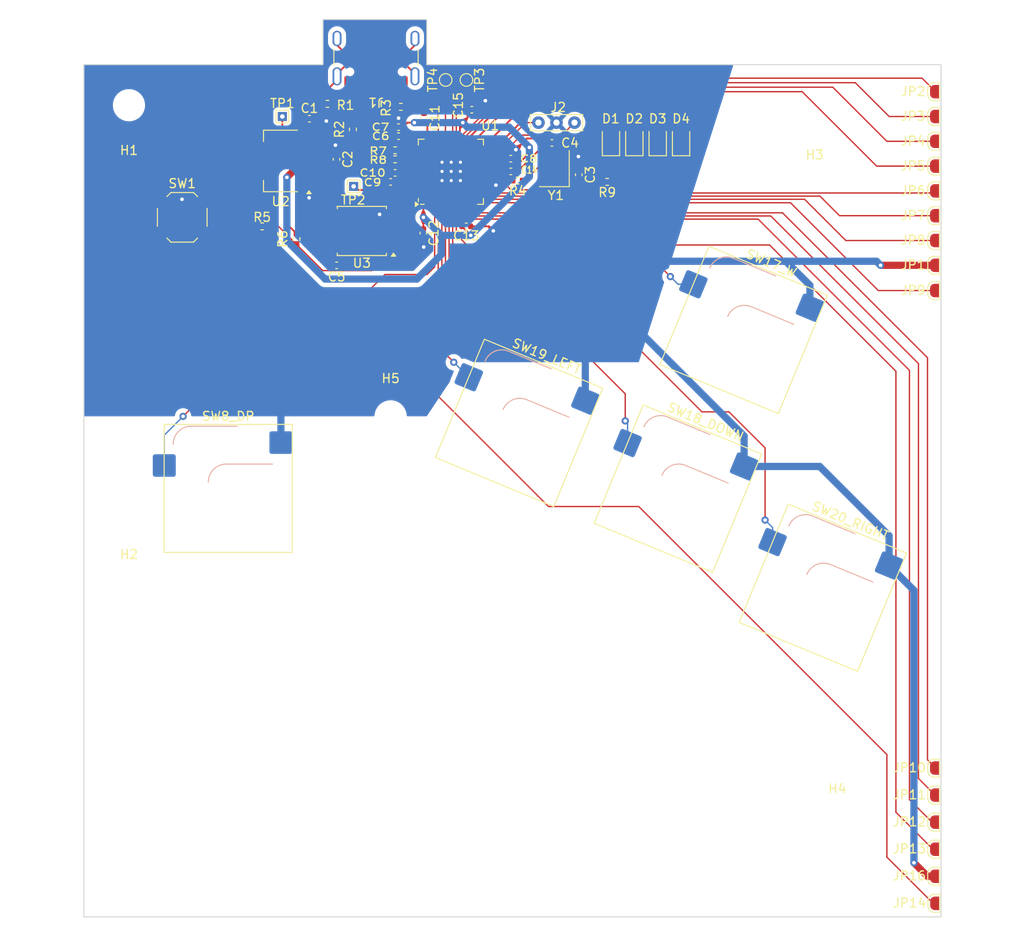
<source format=kicad_pcb>
(kicad_pcb (version 20240108) (generator "pcbnew") (generator_version "8.0")
  (layers (0 "F.Cu" signal) (31 "B.Cu" signal) (34 "B.Paste" user) (35 "F.Paste" user) (36 "B.SilkS" user "B.Silkscreen") (37 "F.SilkS" user "F.Silkscreen") (38 "B.Mask" user) (39 "F.Mask" user) (44 "Edge.Cuts" user))
  (net 0 "")
  (net 1 "VBUS")
  (net 2 "GND")
  (net 3 "+3.3V")
  (net 4 "Net-(C4-Pad2)")
  (net 5 "Net-(J1-SHIELD)")
  (net 6 "Net-(J1-CC2)")
  (net 7 "Net-(J1-CC1)")
  (net 9 "Net-(U1-GPIO25)")
  (net 11 "Net-(U1-GPIO27_ADC1)")
  (net 14 "+1V1")
  (net 15 "Net-(R5-Pad1)")
  (net 16 "Net-(U1-USB_DM)")
  (net 17 "Net-(U1-USB_DP)")
  (net 18 "/Main/XIN")
  (net 19 "/Main/XOUT")
  (net 20 "/Main/QSPI_SS")
  (net 21 "/Main/D-")
  (net 22 "/Main/D+")
  (net 23 "/Main/SWCLK")
  (net 24 "/Main/SWDIO")
  (net 25 "/Main/QSPI_SD3")
  (net 26 "/Main/QSPI_SCLK")
  (net 27 "/Main/QSPI_SD0")
  (net 28 "/Main/QSPI_SD2")
  (net 29 "/Main/QSPI_SD1")
  (net 31 "Net-(D1-K)")
  (net 35 "/Main/S2")
  (net 36 "/Main/S1")
  (net 37 "/Main/A1")
  (net 38 "/Main/A2")
  (net 39 "/Main/L1")
  (net 40 "/Main/R1")
  (net 41 "/Main/B4")
  (net 42 "/Main/L3")
  (net 43 "/Main/B3")
  (net 44 "/Main/R2")
  (net 45 "/Main/B2")
  (net 46 "/Main/B1")
  (net 47 "/Main/SPACE")
  (net 48 "DOWN")
  (net 49 "RIGHT")
  (net 50 "LEFT")
  (net 51 "L2")
  (net 52 "W")
  (net 53 "/Main/P1")
  (net 54 "/Main/P2")
  (net 55 "/Main/P3")
  (net 56 "/Main/P4")
  (footprint "Capacitor_SMD:C_0402_1005Metric" (layer "F.Cu") (at 135.88 32.93 180)
    (property "Reference" "C6")
    (property "Value" "1u")
  )
  (footprint "TestPoint:TestPoint_THTPad_1.0x1.0mm_Drill0.5mm" (layer "F.Cu") (at 130.9 38.5)
    (property "Reference" "TP2")
    (property "Value" "TestPoint")
  )
  (footprint "PCM_kikit:Board" (layer "F.Cu") (at 101.25 25)
    (property "Reference" "B1")
    (property "Value" "Board")
  )
  (footprint "LED_SMD:LED_0805_2012Metric" (layer "F.Cu") (at 167.19 33.4125 90)
    (property "Reference" "D4")
    (property "Value" "LED")
  )
  (footprint "PCM_Switch_Keyboard_Hotswap_Kailh:SW_Hotswap_Kailh_MX_1.00u" (layer "F.Cu") (at 182.903943 83 -22.5)
    (property "Reference" "SW20_RIGHT")
    (property "Value" "SW_Push")
  )
  (footprint "Package_SO:SOIC-8_5.23x5.23mm_P1.27mm" (layer "F.Cu") (at 131.81 43.444 180)
    (property "Reference" "U3")
    (property "Value" "W25Q128JVSIQ")
  )
  (footprint "Capacitor_SMD:C_0402_1005Metric" (layer "F.Cu") (at 129.016 47.254)
    (property "Reference" "C5")
    (property "Value" "100n")
  )
  (footprint "Crystal:Crystal_SMD_3225-4Pin_3.2x2.5mm" (layer "F.Cu") (at 153.146 36.53 90)
    (property "Reference" "Y1")
    (property "Value" "12 mhz crystal")
  )
  (footprint "" (layer "F.Cu") (at 140.7 35.824)
    (property "Reference" "")
    (property "Value" "")
  )
  (footprint "Fightstick_Library:Debug_Points" (layer "F.Cu") (at 154.68 31.43 180)
    (property "Reference" "J2")
    (property "Value" "Conn_01x03_Socket")
  )
  (footprint "Capacitor_SMD:C_0402_1005Metric" (layer "F.Cu") (at 148.32 35.43)
    (property "Reference" "C8")
    (property "Value" "100n")
  )
  (footprint "MountingHole:MountingHole_3.2mm_M3" (layer "F.Cu") (at 106 83.5)
    (property "Reference" "H2")
    (property "Value" "MountingHole")
  )
  (footprint "" (layer "F.Cu") (at 141.716 35.824)
    (property "Reference" "")
    (property "Value" "")
  )
  (footprint "Capacitor_SMD:C_0402_1005Metric" (layer "F.Cu") (at 155.852 37.208 -90)
    (property "Reference" "C3")
    (property "Value" "15p")
  )
  (footprint "Package_DFN_QFN:QFN-56-1EP_7x7mm_P0.4mm_EP3.2x3.2mm" (layer "F.Cu") (at 141.678 36.878 90)
    (property "Reference" "U1")
    (property "Value" "RP2040")
  )
  (footprint "Fightstick_Library:EdgeSolderJumper-2_Left_Half" (layer "F.Cu") (at 195.93 44.5)
    (property "Reference" "JP8")
    (property "Value" "SolderJumper_2_Bridged")
  )
  (footprint "Resistor_SMD:R_0402_1005Metric" (layer "F.Cu") (at 149.08 37.856 180)
    (property "Reference" "R4")
    (property "Value" "1K")
  )
  (footprint "" (layer "F.Cu") (at 141.716 36.84)
    (property "Reference" "")
    (property "Value" "")
  )
  (footprint "MountingHole:MountingHole_3.2mm_M3" (layer "F.Cu") (at 135 64)
    (property "Reference" "H5")
    (property "Value" "MountingHole")
  )
  (footprint "PCM_Switch_Keyboard_Hotswap_Kailh:SW_Hotswap_Kailh_MX_1.00u" (layer "F.Cu") (at 174.124891 54.414457 -22.5)
    (property "Reference" "SW17_W")
    (property "Value" "SW_Push")
  )
  (footprint "MountingHole:MountingHole_3.2mm_M3" (layer "F.Cu") (at 184.5 109.5)
    (property "Reference" "H4")
    (property "Value" "MountingHole")
  )
  (footprint "Capacitor_SMD:C_0402_1005Metric" (layer "F.Cu") (at 152.88 33.68 180)
    (property "Reference" "C4")
    (property "Value" "15p")
  )
  (footprint "Capacitor_SMD:C_0402_1005Metric" (layer "F.Cu") (at 135 38 180)
    (property "Reference" "C9")
    (property "Value" "100n")
  )
  (footprint "Fightstick_Library:EdgeSolderJumper-2_Left_Half" (layer "F.Cu") (at 195.93 36.25)
    (property "Reference" "JP5")
    (property "Value" "SolderJumper_2_Bridged")
  )
  (footprint "Fightstick_Library:EdgeSolderJumper-2_Left_Half" (layer "F.Cu") (at 195.93 103)
    (property "Reference" "JP10")
    (property "Value" "SolderJumper_2_Bridged")
  )
  (footprint "LED_SMD:LED_0805_2012Metric" (layer "F.Cu") (at 162.01 33.4125 90)
    (property "Reference" "D2")
    (property "Value" "LED")
  )
  (footprint "Fightstick_Library:EdgeSolderJumper-2_Left_Half" (layer "F.Cu") (at 195.92 115)
    (property "Reference" "JP16")
    (property "Value" "SolderJumper_2_Bridged")
  )
  (footprint "Capacitor_SMD:C_0402_1005Metric" (layer "F.Cu") (at 129 35.5 90)
    (property "Reference" "C2")
    (property "Value" "10u")
  )
  (footprint "TestPoint:TestPoint_Pad_D1.0mm" (layer "F.Cu") (at 143.4 26.7 -90)
    (property "Reference" "TP3")
    (property "Value" "TestPoint")
  )
  (footprint "Fightstick_Library:EdgeSolderJumper-2_Left_Half" (layer "F.Cu") (at 195.93 109)
    (property "Reference" "JP12")
    (property "Value" "SolderJumper_2_Bridged")
  )
  (footprint "" (layer "F.Cu") (at 142.732 36.84)
    (property "Reference" "")
    (property "Value" "")
  )
  (footprint "Capacitor_SMD:C_0402_1005Metric" (layer "F.Cu") (at 135.5 37 180)
    (property "Reference" "C10")
    (property "Value" "100n")
  )
  (footprint "Fightstick_Library:EdgeSolderJumper-2_Left_Half" (layer "F.Cu") (at 195.93 50.05)
    (property "Reference" "JP9")
    (property "Value" "SolderJumper_2_Bridged")
  )
  (footprint "Resistor_SMD:R_0402_1005Metric" (layer "F.Cu") (at 159 38 180)
    (property "Reference" "R9")
    (property "Value" "330")
  )
  (footprint "TestPoint:TestPoint_THTPad_1.0x1.0mm_Drill0.5mm" (layer "F.Cu") (at 123 30.75)
    (property "Reference" "TP1")
    (property "Value" "TestPoint")
  )
  (footprint "Fightstick_Library:EdgeSolderJumper-2_Left_Half" (layer "F.Cu") (at 195.93 30.75)
    (property "Reference" "JP3")
    (property "Value" "SolderJumper_2_Bridged")
  )
  (footprint "TestPoint:TestPoint_Pad_D1.0mm" (layer "F.Cu") (at 141.1 26.7 90)
    (property "Reference" "TP4")
    (property "Value" "TestPoint")
  )
  (footprint "Fightstick_Library:EdgeSolderJumper-2_Left_Half" (layer "F.Cu") (at 195.93 33.5)
    (property "Reference" "JP4")
    (property "Value" "SolderJumper_2_Bridged")
  )
  (footprint "Resistor_SMD:R_0402_1005Metric_Pad0.72x0.64mm_HandSolder" (layer "F.Cu") (at 124.571 44.333 -90)
    (property "Reference" "R6")
    (property "Value" "DNF")
  )
  (footprint "Capacitor_SMD:C_0402_1005Metric" (layer "F.Cu") (at 144 30)
    (property "Reference" "C15")
    (property "Value" "100n")
  )
  (footprint "" (layer "F.Cu") (at 141.716 37.856)
    (property "Reference" "")
    (property "Value" "")
  )
  (footprint "LED_SMD:LED_0805_2012Metric" (layer "F.Cu") (at 164.6 33.4125 90)
    (property "Reference" "D3")
    (property "Value" "LED")
  )
  (footprint "Capacitor_SMD:C_0402_1005Metric" (layer "F.Cu") (at 138.7 30.9 90)
    (property "Reference" "C11")
    (property "Value" "100n")
  )
  (footprint "Resistor_SMD:R_0402_1005Metric" (layer "F.Cu") (at 128 29.347)
    (property "Reference" "R1")
    (property "Value" "1M")
  )
  (footprint "Fightstick_Library:EdgeSolderJumper-2_Left_Half" (layer "F.Cu") (at 195.93 41.75)
    (property "Reference" "JP7")
    (property "Value" "SolderJumper_2_Bridged")
  )
  (footprint "Fightstick_Library:EdgeSolderJumper-2_Left_Half" (layer "F.Cu") (at 195.93 47.25)
    (property "Reference" "JP1")
    (property "Value" "SolderJumper_2_Bridged")
  )
  (footprint "Fightstick_Library:SW_TS-1187A-C-A-B" (layer "F.Cu") (at 111.905 41.93)
    (property "Reference" "SW1")
    (property "Value" "Memory Reset")
  )
  (footprint "" (layer "F.Cu") (at 140.7 36.84)
    (property "Reference" "")
    (property "Value" "")
  )
  (footprint "Capacitor_SMD:C_0402_1005Metric" (layer "F.Cu") (at 148.32 36.84)
    (property "Reference" "C14")
    (property "Value" "100n")
  )
  (footprint "Resistor_SMD:R_0402_1005Metric" (layer "F.Cu") (at 135.5 35.5)
    (property "Reference" "R8")
    (property "Value" "27")
  )
  (footprint "PCM_Switch_Keyboard_Hotswap_Kailh:SW_Hotswap_Kailh_MX_1.00u" (layer "F.Cu") (at 166.834772 72.014362 -22.5)
    (property "Reference" "SW18_DOWN")
    (property "Value" "SW_Push")
  )
  (footprint "" (layer "F.Cu") (at 142.732 35.824)
    (property "Reference" "")
    (property "Value" "")
  )
  (footprint "Resistor_SMD:R_0402_1005Metric" (layer "F.Cu") (at 120.761 42.936)
    (property "Reference" "R5")
    (property "Value" "1K")
  )
  (footprint "Fightstick_Library:EdgeSolderJumper-2_Left_Half" (layer "F.Cu") (at 195.93 39)
    (property "Reference" "JP6")
    (property "Value" "SolderJumper_2_Bridged")
  )
  (footprint "Fightstick_Library:LDO_AMS1117-3.3" (layer "F.Cu") (at 122.822 35.678 180)
    (property "Reference" "U2")
    (property "Value" "AMS1117-3.3_SOT223")
  )
  (footprint "Fightstick_Library:EdgeSolderJumper-2_Left_Half" (layer "F.Cu") (at 195.93 112)
    (property "Reference" "JP13")
    (property "Value" "SolderJumper_2_Bridged")
  )
  (footprint "PCM_Switch_Keyboard_Hotswap_Kailh:SW_Hotswap_Kailh_MX" (layer "F.Cu") (at 117 71.991696)
    (property "Reference" "SW8_DP")
    (property "Value" "SW_Push")
  )
  (footprint "" (layer "F.Cu") (at 142.732 37.856)
    (property "Reference" "")
    (property "Value" "")
  )
  (footprint "Fightstick_Library:EdgeSolderJumper-2_Left_Half" (layer "F.Cu") (at 195.93 28)
    (property "Reference" "JP2")
    (property "Value" "SolderJumper_2_Bridged")
  )
  (footprint "Capacitor_SMD:C_0402_1005Metric" (layer "F.Cu") (at 138.63 43.68 -90)
    (property "Reference" "C12")
    (property "Value" "100n")
  )
  (footprint "Capacitor_SMD:C_0402_1005Metric" (layer "F.Cu") (at 135.88 31.93 180)
    (property "Reference" "C7")
    (property "Value" "1u")
  )
  (footprint "Resistor_SMD:R_0402_1005Metric" (layer "F.Cu") (at 136.13 29.68)
    (property "Reference" "R3")
    (property "Value" "5.1K")
  )
  (footprint "Fightstick_Library:EdgeSolderJumper-2_Left_Half" (layer "F.Cu") (at 195.95 118)
    (property "Reference" "JP14")
    (property "Value" "SolderJumper_2_Bridged")
  )
  (footprint "MountingHole:MountingHole_3.2mm_M3" (layer "F.Cu") (at 177.5 35)
    (property "Reference" "H3")
    (property "Value" "MountingHole")
  )
  (footprint "Capacitor_SMD:C_0402_1005Metric" (layer "F.Cu") (at 126 31)
    (property "Reference" "C1")
    (property "Value" "10u")
  )
  (footprint "LED_SMD:LED_0805_2012Metric" (layer "F.Cu") (at 159.42 33.4125 90)
    (property "Reference" "D1")
    (property "Value" "LED")
  )
  (footprint "Capacitor_SMD:C_0402_1005Metric" (layer "F.Cu") (at 143.38 42.93)
    (property "Reference" "C13")
    (property "Value" "100n")
  )
  (footprint "Resistor_SMD:R_0402_1005Metric" (layer "F.Cu") (at 130.822 32.178 -90)
    (property "Reference" "R2")
    (property "Value" "5.1K")
  )
  (footprint "Fightstick_Library:USB_C_Receptacle_C6332272" (layer "F.Cu") (at 133.38 23.68 180)
    (property "Reference" "J1")
    (property "Value" "USB_C_Receptacle_USB2.0_14P")
  )
  (footprint "" (layer "F.Cu") (at 140.7 37.856)
    (property "Reference" "")
    (property "Value" "")
  )
  (footprint "MountingHole:MountingHole_3.2mm_M3" (layer "F.Cu") (at 106 29.5)
    (property "Reference" "H1")
    (property "Value" "MountingHole")
  )
  (footprint "Resistor_SMD:R_0402_1005Metric" (layer "F.Cu") (at 135.5 34.5)
    (property "Reference" "R7")
    (property "Value" "27")
  )
  (footprint "Fightstick_Library:EdgeSolderJumper-2_Left_Half" (layer "F.Cu") (at 195.93 106)
    (property "Reference" "JP11")
    (property "Value" "SolderJumper_2_Bridged")
  )
  (footprint "PCM_Switch_Keyboard_Hotswap_Kailh:SW_Hotswap_Kailh_MX_1.00u" (layer "F.Cu") (at 149.234867 64.724243 -22.5)
    (property "Reference" "SW19_LEFT")
    (property "Value" "SW_Push")
  )
  (gr_line (start 139 25) (end 196 25) (stroke (width 0.1)) (layer "Edge.Cuts"))
  (gr_line (start 127.5 25) (end 127.5 20) (stroke (width 0.1)) (layer "Edge.Cuts"))
  (gr_line (start 196 25) (end 196 119.5) (stroke (width 0.1)) (layer "Edge.Cuts"))
  (gr_line (start 139 20) (end 139 25) (stroke (width 0.1)) (layer "Edge.Cuts"))
  (gr_line (start 127.5 20) (end 139 20) (stroke (width 0.1)) (layer "Edge.Cuts"))
  (gr_line (start 101 25) (end 127.5 25) (stroke (width 0.1)) (layer "Edge.Cuts"))
  (gr_line (start 101 119.5) (end 101 25) (stroke (width 0.1)) (layer "Edge.Cuts"))
  (gr_line (start 196 119.5) (end 101 119.5) (stroke (width 0.1)) (layer "Edge.Cuts"))
  (segment (start 125.52 32.926) (end 125.972 33.378) (width 0.2) (layer "F.Cu") (net 1))
  (segment (start 126.302 33.048) (end 125.972 33.378) (width 0.2) (layer "F.Cu") (net 1))
  (segment (start 125.52 31) (end 125.52 32.926) (width 0.2) (layer "F.Cu") (net 1))
  (segment (start 130.98 26.865) (end 130.98 26.295001) (width 0.2) (layer "F.Cu") (net 1))
  (segment (start 130.98 29.57) (end 130.98 27.4) (width 0.2) (layer "F.Cu") (net 1))
  (segment (start 130.98 26.86259) (end 130.98 27.315) (width 0.2) (layer "F.Cu") (net 1))
  (segment (start 131.745001 25.53) (end 135.03 25.53) (width 0.2) (layer "F.Cu") (net 1))
  (segment (start 135.03 25.53) (end 135.78 26.28) (width 0.2) (layer "F.Cu") (net 1))
  (segment (start 135.78 26.28) (end 135.78 26.865) (width 0.2) (layer "F.Cu") (net 1))
  (segment (start 135.78 27.315) (end 135.78 26.745001) (width 0.2) (layer "F.Cu") (net 1))
  (segment (start 125.972 33.378) (end 127.172 33.378) (width 0.2) (layer "F.Cu") (net 1))
  (segment (start 127.172 33.378) (end 130.98 29.57) (width 0.2) (layer "F.Cu") (net 1))
  (segment (start 130.98 26.295001) (end 131.745001 25.53) (width 0.2) (layer "F.Cu") (net 1))
  (segment (start 155.813 35.189) (end 154.237 35.189) (width 0.2) (layer "F.Cu") (net 2))
  (segment (start 135.4 32.93) (end 135.4 31.93) (width 0.2) (layer "F.Cu") (net 2))
  (segment (start 130.18 28.945) (end 130.18 27.4) (width 0.2) (layer "F.Cu") (net 2))
  (segment (start 155.852 36.728) (end 155.852 35.228) (width 0.2) (layer "F.Cu") (net 2))
  (segment (start 143.86 42.93) (end 145.88 42.93) (width 0.2) (layer "F.Cu") (net 2))
  (segment (start 136.58 29.37) (end 136.64 29.43) (width 0.2) (layer "F.Cu") (net 2))
  (segment (start 145.5 29) (end 145.48 29) (width 0.2) (layer "F.Cu") (net 2))
  (segment (start 135.02 37) (end 134.77 36.75) (width 0.2) (layer "F.Cu") (net 2))
  (segment (start 145.1155 37.878) (end 146.183 37.878) (width 0.2) (layer "F.Cu") (net 2))
  (segment (start 138.668 44.198) (end 138.63 44.16) (width 0.2) (layer "F.Cu") (net 2))
  (segment (start 133.7785 41.6025) (end 129.496 45.885) (width 0.2) (layer "F.Cu") (net 2))
  (segment (start 128.88 33.93) (end 130.122 32.688) (width 0.2) (layer "F.Cu") (net 2))
  (segment (start 138.7 30.42) (end 136.39 30.42) (width 0.2) (layer "F.Cu") (net 2))
  (segment (start 125.968 39.761) (end 125.968 37.982) (width 0.2) (layer "F.Cu") (net 2))
  (segment (start 108.905 40.055) (end 111.755 40.055) (width 0.15) (layer "F.Cu") (net 2))
  (segment (start 151.007975 33.188) (end 150.122 33.188) (width 0.2) (layer "F.Cu") (net 2))
  (segment (start 195.37 115) (end 194.5 115) (width 0.8) (layer "F.Cu") (net 2))
  (segment (start 154.304 33.68) (end 153.36 33.68) (width 0.2) (layer "F.Cu") (net 2))
  (segment (start 111.88 39.93) (end 112.005 40.055) (width 0.15) (layer "F.Cu") (net 2))
  (segment (start 126.65 37.3) (end 125.972 37.978) (width 0.2) (layer "F.Cu") (net 2))
  (segment (start 135.4 31.41) (end 135.88 30.93) (width 0.2) (layer "F.Cu") (net 2))
  (segment (start 133.7785 41.6025) (end 133.842 41.539) (width 0.2) (layer "F.Cu") (net 2))
  (segment (start 136.64 29.68) (end 136.64 30.17) (width 0.2) (layer "F.Cu") (net 2))
  (segment (start 133.82 37.3) (end 126.65 37.3) (width 0.2) (layer "F.Cu") (net 2))
  (segment (start 155.813 35.189) (end 154.304 33.68) (width 0.2) (layer "F.Cu") (net 2))
  (segment (start 133.842 41.539) (end 135.41 41.539) (width 0.2) (layer "F.Cu") (net 2))
  (segment (start 138.668 45.222) (end 138.668 44.198) (width 0.2) (layer "F.Cu") (net 2))
  (segment (start 136.58 27.4) (end 136.58 29.37) (width 0.2) (layer "F.Cu") (net 2))
  (segment (start 189.3 47.25) (end 195.28 47.25) (width 0.8) (layer "F.Cu") (net 2))
  (segment (start 150.122 33.188) (end 148.88 34.43) (width 0.2) (layer "F.Cu") (net 2))
  (segment (start 128.51 30.615) (end 127.873 31.252) (width 0.2) (layer "F.Cu") (net 2))
  (segment (start 154.237 35.189) (end 153.996 35.43) (width 0.2) (layer "F.Cu") (net 2))
  (segment (start 153.996 35.83) (end 153.996 35.43) (width 0.2) (layer "F.Cu") (net 2))
  (segment (start 136.39 30.42) (end 135.88 30.93) (width 0.2) (layer "F.Cu") (net 2))
  (segment (start 125.968 37.982) (end 125.972 37.978) (width 0.2) (layer "F.Cu") (net 2))
  (segment (start 152.296 37.53) (end 153.996 35.83) (width 0.2) (layer "F.Cu") (net 2))
  (segment (start 151.38 34.539999) (end 151.38 33.560025) (width 0.2) (layer "F.Cu") (net 2))
  (segment (start 194.5 115) (end 193 113.5) (width 0.8) (layer "F.Cu") (net 2))
  (segment (start 148.8 34.51) (end 148.88 34.43) (width 0.2) (layer "F.Cu") (net 2))
  (segment (start 130.122 32.688) (end 130.822 32.688) (width 0.2) (layer "F.Cu") (net 2))
  (segment (start 141.716 36.84) (end 141.64 36.84) (width 0.8) (layer "F.Cu") (net 2))
  (segment (start 148.8 35.43) (end 148.8 34.51) (width 0.2) (layer "F.Cu") (net 2))
  (segment (start 141.716 36.916) (end 141.716 36.84) (width 0.8) (layer "F.Cu") (net 2))
  (segment (start 129 34.05) (end 128.88 33.93) (width 0.2) (layer "F.Cu") (net 2))
  (segment (start 136.64 30.17) (end 135.88 30.93) (width 0.2) (layer "F.Cu") (net 2))
  (segment (start 145.88 42.93) (end 146.38 43.43) (width 0.2) (layer "F.Cu") (net 2))
  (segment (start 145.48 29) (end 144.48 30) (width 0.2) (layer "F.Cu") (net 2))
  (segment (start 134.52 38) (end 133.82 37.3) (width 0.2) (layer "F.Cu") (net 2))
  (segment (start 135.4 31.93) (end 135.4 31.41) (width 0.2) (layer "F.Cu") (net 2))
  (segment (start 152.296 37.63) (end 152.296 37.73) (width 0.2) (layer "F.Cu") (net 2))
  (segment (start 149.079999 36.84) (end 151.38 34.539999) (width 0.2) (layer "F.Cu") (net 2))
  (segment (start 111.755 40.055) (end 111.88 39.93) (width 0.15) (layer "F.Cu") (net 2))
  (segment (start 126.48 31) (end 127.621 31) (width 0.2) (layer "F.Cu") (net 2))
  (segment (start 146.183 37.878) (end 146.669 38.364) (width 0.2) (layer "F.Cu") (net 2))
  (segment (start 158.49 38) (end 158.49 37.866) (width 0.25) (layer "F.Cu") (net 2))
  (segment (start 127.873 31.252) (end 130.18 28.945) (width 0.2) (layer "F.Cu") (net 2))
  (segment (start 151.38 33.560025) (end 151.007975 33.188) (width 0.2) (layer "F.Cu") (net 2))
  (segment (start 112.005 40.055) (end 114.905 40.055) (width 0.15) (layer "F.Cu") (net 2))
  (segment (start 127.2 36.75) (end 125.972 37.978) (width 0.2) (layer "F.Cu") (net 2))
  (segment (start 141.64 36.84) (end 141.678 36.878) (width 0.8) (layer "F.Cu") (net 2))
  (segment (start 158.49 37.866) (end 155.813 35.189) (width 0.25) (layer "F.Cu") (net 2))
  (segment (start 128.51 29.347) (end 128.51 30.615) (width 0.2) (layer "F.Cu") (net 2))
  (segment (start 152.296 37.63) (end 152.296 37.53) (width 0.2) (layer "F.Cu") (net 2))
  (segment (start 127.621 31) (end 127.873 31.252) (width 0.2) (layer "F.Cu") (net 2))
  (segment (start 134.77 36.75) (end 127.2 36.75) (width 0.2) (layer "F.Cu") (net 2))
  (segment (start 129.496 45.885) (end 129.496 47.254) (width 0.2) (layer "F.Cu") (net 2))
  (segment (start 148.8 36.84) (end 149.079999 36.84) (width 0.2) (layer "F.Cu") (net 2))
  (segment (start 155.852 35.228) (end 155.813 35.189) (width 0.2) (layer "F.Cu") (net 2))
  (segment (start 129 35.02) (end 129 34.05) (width 0.2) (layer "F.Cu") (net 2))
  (via (at 148.88 34.43) (size 0.8) (drill 0.4) (layers "F.Cu" "B.Cu") (net 2))
  (via (at 193 113.5) (size 0.8) (drill 0.4) (layers "F.Cu" "B.Cu") (net 2))
  (via (at 111.88 39.93) (size 0.8) (drill 0.4) (layers "F.Cu" "B.Cu") (net 2))
  (via (at 138.668 45.222) (size 0.8) (drill 0.4) (layers "F.Cu" "B.Cu") (net 2))
  (via (at 127.873 31.252) (size 0.8) (drill 0.4) (layers "F.Cu" "B.Cu") (net 2))
  (via (at 135.88 30.93) (size 0.8) (drill 0.4) (layers "F.Cu" "B.Cu") (net 2))
  (via (at 146.38 43.43) (size 0.8) (drill 0.4) (layers "F.Cu" "B.Cu") (net 2))
  (via (at 146.669 38.364) (size 0.8) (drill 0.4) (layers "F.Cu" "B.Cu") (net 2))
  (via (at 155.813 35.189) (size 0.8) (drill 0.4) (layers "F.Cu" "B.Cu") (net 2))
  (via (at 189.3 47.25) (size 0.8) (drill 0.4) (layers "F.Cu" "B.Cu") (net 2))
  (via (at 125.968 39.761) (size 0.8) (drill 0.4) (layers "F.Cu" "B.Cu") (net 2))
  (via (at 145.5 29) (size 0.8) (drill 0.4) (layers "F.Cu" "B.Cu") (net 2))
  (via (at 133.7785 41.6025) (size 0.8) (drill 0.4) (layers "F.Cu" "B.Cu") (net 2))
  (via (at 128.88 33.93) (size 0.8) (drill 0.4) (layers "F.Cu" "B.Cu") (net 2))
  (segment (start 122.842 63.158) (end 123 63) (width 0.8) (layer "B.Cu") (net 2))
  (segment (start 178.8 46.8) (end 165.2 46.8) (width 0.8) (layer "B.Cu") (net 2))
  (segment (start 174.176108 69.556691) (end 174.176108 66.176108) (width 0.8) (layer "B.Cu") (net 2))
  (segment (start 189.3 47.25) (end 188.85 46.8) (width 0.8) (layer "B.Cu") (net 2))
  (segment (start 188.85 46.8) (end 178.8 46.8) (width 0.8) (layer "B.Cu") (net 2))
  (segment (start 181.466227 49.466227) (end 178.8 46.8) (width 0.8) (layer "B.Cu") (net 2))
  (segment (start 181.466227 51.956786) (end 181.466227 49.466227) (width 0.8) (layer "B.Cu") (net 2))
  (segment (start 193 83.29705) (end 190.245279 80.542329) (width 0.8) (layer "B.Cu") (net 2))
  (segment (start 156.576203 62.266572) (end 156.576203 57.076203) (width 0.8) (layer "B.Cu") (net 2))
  (segment (start 190.245279 80.542329) (end 190.245279 77.245279) (width 0.8) (layer "B.Cu") (net 2))
  (segment (start 122.842 66.911696) (end 122.842 63.158) (width 0.8) (layer "B.Cu") (net 2))
  (segment (start 182.556691 69.556691) (end 174.176108 69.556691) (width 0.8) (layer "B.Cu") (net 2))
  (segment (start 174.176108 66.176108) (end 162 54) (width 0.8) (layer "B.Cu") (net 2))
  (segment (start 193 113.5) (end 193 83.29705) (width 0.8) (layer "B.Cu") (net 2))
  (segment (start 190.245279 77.245279) (end 182.556691 69.556691) (width 0.8) (layer "B.Cu") (net 2))
  (segment (start 138.7 31.4) (end 139.078 31.778) (width 0.2) (layer "F.Cu") (net 3))
  (segment (start 131.23 35.98) (end 129 35.98) (width 0.2) (layer "F.Cu") (net 3))
  (segment (start 138.63 41.93) (end 138.63 40.7635) (width 0.2) (layer "F.Cu") (net 3))
  (segment (start 126.1845 45.349) (end 128.21 45.349) (width 0.2) (layer "F.Cu") (net 3))
  (segment (start 125.322 35.678) (end 123.5 37.5) (width 0.8) (layer "F.Cu") (net 3))
  (segment (start 148.5 36.18) (end 147.84 36.84) (width 0.2) (layer "F.Cu") (net 3))
  (segment (start 135.98 36.98) (end 135.25 36.25) (width 0.2) (layer "F.Cu") (net 3))
  (segment (start 137.4 36.278) (end 137 36.678) (width 0.2) (layer "F.Cu") (net 3))
  (segment (start 148.986134 36.18) (end 148.5 36.18) (width 0.2) (layer "F.Cu") (net 3))
  (segment (start 138.2405 34.678) (end 138.2405 33.8105) (width 0.2) (layer "F.Cu") (net 3))
  (segment (start 135.25 36.25) (end 131.5 36.25) (width 0.2) (layer "F.Cu") (net 3))
  (segment (start 150.38 34.18) (end 150.38 34.786134) (width 0.2) (layer "F.Cu") (net 3))
  (segment (start 138.2405 36.278) (end 137.4 36.278) (width 0.2) (layer "F.Cu") (net 3))
  (segment (start 138.7 31.38) (end 138.7 31.4) (width 0.2) (layer "F.Cu") (net 3))
  (segment (start 124.571 43.7355) (end 123.5 42.6645) (width 0.2) (layer "F.Cu") (net 3))
  (segment (start 128.21 45.349) (end 128.536 45.675) (width 0.2) (layer "F.Cu") (net 3))
  (segment (start 138.2405 36.678) (end 137 36.678) (width 0.2) (layer "F.Cu") (net 3))
  (segment (start 125.972 35.678) (end 126.33 35.678) (width 0.2) (layer "F.Cu") (net 3))
  (segment (start 136.86 31.43) (end 136.36 31.93) (width 0.2) (layer "F.Cu") (net 3))
  (segment (start 138.2405 33.8105) (end 136.36 31.93) (width 0.2) (layer "F.Cu") (net 3))
  (segment (start 143.52 30.91) (end 143 31.43) (width 0.2) (layer "F.Cu") (net 3))
  (segment (start 143.11164 34.408) (end 143.91164 34.408) (width 0.2) (layer "F.Cu") (net 3))
  (segment (start 126.33 35.678) (end 126.632 35.98) (width 0.2) (layer "F.Cu") (net 3))
  (segment (start 128.536 45.675) (end 128.536 47.254) (width 0.2) (layer "F.Cu") (net 3))
  (segment (start 138.2405 34.678) (end 138.2405 34.278) (width 0.2) (layer "F.Cu") (net 3))
  (segment (start 142.678 33.4405) (end 142.678 33.97436) (width 0.2) (layer "F.Cu") (net 3))
  (segment (start 135.98 37) (end 135.98 36.98) (width 0.2) (layer "F.Cu") (net 3))
  (segment (start 143.91164 34.408) (end 144.58164 35.078) (width 0.2) (layer "F.Cu") (net 3))
  (segment (start 123.5 42.6645) (end 123.5 37.5) (width 0.2) (layer "F.Cu") (net 3))
  (segment (start 143.88 43.91) (end 142.9 42.93) (width 0.2) (layer "F.Cu") (net 3))
  (segment (start 142.9 42.93) (end 142.9 42.248) (width 0.2) (layer "F.Cu") (net 3))
  (segment (start 147.84 36.84) (end 147.678 36.678) (width 0.2) (layer "F.Cu") (net 3))
  (segment (start 143.88 43.93) (end 143.88 43.91) (width 0.2) (layer "F.Cu") (net 3))
  (segment (start 137.68 31.38) (end 137.63 31.43) (width 0.2) (layer "F.Cu") (net 3))
  (segment (start 136.302 36.678) (end 135.98 37) (width 0.2) (layer "F.Cu") (net 3))
  (segment (start 138.7 31.38) (end 137.68 31.38) (width 0.2) (layer "F.Cu") (net 3))
  (segment (start 142.9 42.248) (end 142.678 42.026) (width 0.2) (layer "F.Cu") (net 3))
  (segment (start 126.204 35.91) (end 125.972 35.678) (width 0.3) (layer "F.Cu") (net 3))
  (segment (start 142.678 31.752) (end 142.678 33.4405) (width 0.2) (layer "F.Cu") (net 3))
  (segment (start 123 32.706) (end 123 30.75) (width 0.2) (layer "F.Cu") (net 3))
  (segment (start 142.678 42.026) (end 142.678 40.3155) (width 0.2) (layer "F.Cu") (net 3))
  (segment (start 131.5 36.25) (end 131.23 35.98) (width 0.2) (layer "F.Cu") (net 3))
  (segment (start 143.52 30) (end 143.52 30.91) (width 0.2) (layer "F.Cu") (net 3))
  (segment (start 150.38 34.786134) (end 148.986134 36.18) (width 0.2) (layer "F.Cu") (net 3))
  (segment (start 126.632 35.98) (end 129 35.98) (width 0.2) (layer "F.Cu") (net 3))
  (segment (start 125.972 35.678) (end 125.322 35.678) (width 0.8) (layer "F.Cu") (net 3))
  (segment (start 125.972 35.678) (end 123 32.706) (width 0.2) (layer "F.Cu") (net 3))
  (segment (start 143 31.43) (end 142.678 31.752) (width 0.2) (layer "F.Cu") (net 3))
  (segment (start 126.09 35.796) (end 125.972 35.678) (width 0.2) (layer "F.Cu") (net 3))
  (segment (start 137.63 31.43) (end 136.86 31.43) (width 0.2) (layer "F.Cu") (net 3))
  (segment (start 138.63 42.968) (end 138.862 43.2) (width 0.2) (layer "F.Cu") (net 3))
  (segment (start 144.58164 35.078) (end 145.1155 35.078) (width 0.2) (layer "F.Cu") (net 3))
  (segment (start 142.678 33.97436) (end 143.11164 34.408) (width 0.2) (layer "F.Cu") (net 3))
  (segment (start 138.63 40.7635) (end 139.078 40.3155) (width 0.2) (layer "F.Cu") (net 3))
  (segment (start 139.078 31.778) (end 139.078 33.4405) (width 0.2) (layer "F.Cu") (net 3))
  (segment (start 124.571 43.7355) (end 126.1845 45.349) (width 0.2) (layer "F.Cu") (net 3))
  (segment (start 137 36.678) (end 136.302 36.678) (width 0.2) (layer "F.Cu") (net 3))
  (segment (start 147.678 36.678) (end 145.1155 36.678) (width 0.2) (layer "F.Cu") (net 3))
  (segment (start 138.63 41.93) (end 138.63 42.968) (width 0.2) (layer "F.Cu") (net 3))
  (via (at 123.5 37.5) (size 0.8) (drill 0.4) (layers "F.Cu" "B.Cu") (net 3))
  (via (at 138.63 41.93) (size 0.8) (drill 0.4) (layers "F.Cu" "B.Cu") (net 3))
  (via (at 137.63 31.43) (size 0.8) (drill 0.4) (layers "F.Cu" "B.Cu") (net 3))
  (via (at 150.38 34.18) (size 0.8) (drill 0.4) (layers "F.Cu" "B.Cu") (net 3))
  (via (at 143 31.43) (size 0.8) (drill 0.4) (layers "F.Cu" "B.Cu") (net 3))
  (via (at 143.88 43.93) (size 0.8) (drill 0.4) (layers "F.Cu" "B.Cu") (net 3))
  (segment (start 137.906 48.778) (end 140.63 46.054) (width 0.8) (layer "B.Cu") (net 3))
  (segment (start 140.63 46.054) (end 140.63 43.93) (width 0.8) (layer "B.Cu") (net 3))
  (segment (start 148.13 31.93) (end 150.38 34.18) (width 0.8) (layer "B.Cu") (net 3))
  (segment (start 123.5 44.532) (end 127.746 48.778) (width 0.8) (layer "B.Cu") (net 3))
  (segment (start 127.746 48.778) (end 137.906 48.778) (width 0.8) (layer "B.Cu") (net 3))
  (segment (start 150.38 37.43) (end 143.88 43.93) (width 0.8) (layer "B.Cu") (net 3))
  (segment (start 143.88 43.93) (end 140.63 43.93) (width 0.8) (layer "B.Cu") (net 3))
  (segment (start 150.38 34.18) (end 150.38 37.43) (width 0.8) (layer "B.Cu") (net 3))
  (segment (start 143 31.43) (end 143.5 31.93) (width 0.8) (layer "B.Cu") (net 3))
  (segment (start 143.5 31.93) (end 148.13 31.93) (width 0.8) (layer "B.Cu") (net 3))
  (segment (start 143 31.43) (end 137.63 31.43) (width 0.8) (layer "B.Cu") (net 3))
  (segment (start 123.5 37.5) (end 123.5 44.532) (width 0.8) (layer "B.Cu") (net 3))
  (segment (start 140.63 43.93) (end 138.63 41.93) (width 0.8) (layer "B.Cu") (net 3))
  (segment (start 149.87 37.856) (end 149.59 37.856) (width 0.15) (layer "F.Cu") (net 4))
  (segment (start 152.296 35.43) (end 149.87 37.856) (width 0.15) (layer "F.Cu") (net 4))
  (segment (start 152.4 35.326) (end 152.296 35.43) (width 0.15) (layer "F.Cu") (net 4))
  (segment (start 152.4 33.93) (end 152.4 35.326) (width 0.15) (layer "F.Cu") (net 4))
  (segment (start 127.49 29.347) (end 127.49 28.265) (width 0.2) (layer "F.Cu") (net 5))
  (segment (start 130.66 24.43) (end 129.06 26.03) (width 0.2) (layer "F.Cu") (net 5))
  (segment (start 129.06 22.1) (end 129.06 22.83) (width 0.2) (layer "F.Cu") (net 5))
  (segment (start 129.06 26.03) (end 129.06 26.28) (width 0.2) (layer "F.Cu") (net 5))
  (segment (start 137.7 22.1) (end 137.7 22.83) (width 0.2) (layer "F.Cu") (net 5))
  (segment (start 137.7 26.03) (end 136.1 24.43) (width 0.2) (layer "F.Cu") (net 5))
  (segment (start 127.49 28.265) (end 129.06 26.695) (width 0.2) (layer "F.Cu") (net 5))
  (segment (start 137.7 22.83) (end 136.1 24.43) (width 0.2) (layer "F.Cu") (net 5))
  (segment (start 129.06 22.83) (end 130.66 24.43) (width 0.2) (layer "F.Cu") (net 5))
  (segment (start 136.1 24.43) (end 130.66 24.43) (width 0.2) (layer "F.Cu") (net 5))
  (segment (start 137.7 26.28) (end 137.7 26.03) (width 0.2) (layer "F.Cu") (net 5))
  (segment (start 131.63 30.86) (end 131.63 27.4) (width 0.2) (layer "F.Cu") (net 6))
  (segment (start 130.822 31.668) (end 131.63 30.86) (width 0.2) (layer "F.Cu") (net 6))
  (segment (start 135.62 29.68) (end 135.62 29.17) (width 0.15) (layer "F.Cu") (net 7))
  (segment (start 134.63 28.18) (end 134.63 27.4) (width 0.15) (layer "F.Cu") (net 7))
  (segment (start 135.62 29.17) (end 134.63 28.18) (width 0.15) (layer "F.Cu") (net 7))
  (segment (start 141.078 28.622) (end 141.078 33.4405) (width 0.15) (layer "F.Cu") (net 9))
  (segment (start 143.4 26.7) (end 143 26.7) (width 0.15) (layer "F.Cu") (net 9))
  (segment (start 143 26.7) (end 141.078 28.622) (width 0.15) (layer "F.Cu") (net 9))
  (segment (start 140.278 33.4405) (end 140.278 27.522) (width 0.15) (layer "F.Cu") (net 11))
  (segment (start 140.278 27.522) (end 141.1 26.7) (width 0.15) (layer "F.Cu") (net 11))
  (segment (start 130.9 38.5) (end 131.3 38.9) (width 0.2) (layer "F.Cu") (net 14))
  (segment (start 138.77436 37.078) (end 138.2405 37.078) (width 0.2) (layer "F.Cu") (net 14))
  (segment (start 144.002 35.82036) (end 144.45964 36.278) (width 0.2) (layer "F.Cu") (net 14))
  (segment (start 131.3 38.9) (end 134.58 38.9) (width 0.2) (layer "F.Cu") (net 14))
  (segment (start 138.2405 35.078) (end 137.70664 35.078) (width 0.2) (layer "F.Cu") (net 14))
  (segment (start 145.1155 36.278) (end 146.992 36.278) (width 0.2) (layer "F.Cu") (net 14))
  (segment (start 136.838134 37.078) (end 135.916134 38) (width 0.2) (layer "F.Cu") (net 14))
  (segment (start 146.992 36.278) (end 147.84 35.43) (width 0.2) (layer "F.Cu") (net 14))
  (segment (start 144.45964 36.278) (end 145.1155 36.278) (width 0.2) (layer "F.Cu") (net 14))
  (segment (start 139.43 34.808) (end 143.682 34.808) (width 0.2) (layer "F.Cu") (net 14))
  (segment (start 138.978 35.28164) (end 138.978 36.87436) (width 0.2) (layer "F.Cu") (net 14))
  (segment (start 135.916134 38) (end 135.48 38) (width 0.2) (layer "F.Cu") (net 14))
  (segment (start 137.70664 35.078) (end 136.36 33.73136) (width 0.2) (layer "F.Cu") (net 14))
  (segment (start 136.36 33.73136) (end 136.36 32.93) (width 0.2) (layer "F.Cu") (net 14))
  (segment (start 144.002 35.128) (end 144.002 35.82036) (width 0.2) (layer "F.Cu") (net 14))
  (segment (start 138.2405 35.078) (end 139.16 35.078) (width 0.2) (layer "F.Cu") (net 14))
  (segment (start 138.77436 35.078) (end 138.978 35.28164) (width 0.2) (layer "F.Cu") (net 14))
  (segment (start 139.16 35.078) (end 139.43 34.808) (width 0.2) (layer "F.Cu") (net 14))
  (segment (start 138.2405 35.078) (end 138.77436 35.078) (width 0.2) (layer "F.Cu") (net 14))
  (segment (start 143.682 34.808) (end 144.002 35.128) (width 0.2) (layer "F.Cu") (net 14))
  (segment (start 138.978 36.87436) (end 138.77436 37.078) (width 0.2) (layer "F.Cu") (net 14))
  (segment (start 138.2405 37.078) (end 136.838134 37.078) (width 0.2) (layer "F.Cu") (net 14))
  (segment (start 134.58 38.9) (end 135.48 38) (width 0.2) (layer "F.Cu") (net 14))
  (segment (start 114.905 43.805) (end 108.905 43.805) (width 0.15) (layer "F.Cu") (net 15))
  (segment (start 120.245 42.93) (end 120.251 42.936) (width 0.15) (layer "F.Cu") (net 15))
  (segment (start 119.382 43.805) (end 120.251 42.936) (width 0.15) (layer "F.Cu") (net 15))
  (segment (start 114.905 43.805) (end 119.382 43.805) (width 0.15) (layer "F.Cu") (net 15))
  (segment (start 138.2405 35.478) (end 136.988 35.478) (width 0.2) (layer "F.Cu") (net 16))
  (segment (start 136.988 35.478) (end 136.01 34.5) (width 0.2) (layer "F.Cu") (net 16))
  (segment (start 136.388 35.878) (end 136.01 35.5) (width 0.2) (layer "F.Cu") (net 17))
  (segment (start 138.2405 35.878) (end 136.388 35.878) (width 0.2) (layer "F.Cu") (net 17))
  (segment (start 148.339026 38.88) (end 146.937026 37.478) (width 0.15) (layer "F.Cu") (net 18))
  (segment (start 153.996 37.63) (end 152.746 38.88) (width 0.15) (layer "F.Cu") (net 18))
  (segment (start 146.937026 37.478) (end 145.1155 37.478) (width 0.15) (layer "F.Cu") (net 18))
  (segment (start 153.996 37.63) (end 154.18 37.63) (width 0.15) (layer "F.Cu") (net 18))
  (segment (start 154.18 37.63) (end 154.238 37.688) (width 0.15) (layer "F.Cu") (net 18))
  (segment (start 152.746 38.88) (end 148.339026 38.88) (width 0.15) (layer "F.Cu") (net 18))
  (segment (start 154.238 37.688) (end 155.852 37.688) (width 0.15) (layer "F.Cu") (net 18))
  (segment (start 148.57 37.856) (end 147.81 37.856) (width 0.15) (layer "F.Cu") (net 19))
  (segment (start 147.032 37.078) (end 145.1155 37.078) (width 0.15) (layer "F.Cu") (net 19))
  (segment (start 147.81 37.856) (end 147.032 37.078) (width 0.15) (layer "F.Cu") (net 19))
  (segment (start 135.41 45.349) (end 136.209999 45.349) (width 0.15) (layer "F.Cu") (net 20))
  (segment (start 127.4795 47.839) (end 132.92 47.839) (width 0.15) (layer "F.Cu") (net 20))
  (segment (start 137.652 40.0665) (end 138.2405 39.478) (width 0.15) (layer "F.Cu") (net 20))
  (segment (start 136.209999 45.349) (end 137.652 43.906999) (width 0.15) (layer "F.Cu") (net 20))
  (segment (start 137.652 43.906999) (end 137.652 40.0665) (width 0.15) (layer "F.Cu") (net 20))
  (segment (start 132.92 47.839) (end 135.41 45.349) (width 0.15) (layer "F.Cu") (net 20))
  (segment (start 122.5765 42.936) (end 124.571 44.9305) (width 0.15) (layer "F.Cu") (net 20))
  (segment (start 124.571 44.9305) (end 127.4795 47.839) (width 0.15) (layer "F.Cu") (net 20))
  (segment (start 121.271 42.936) (end 122.5765 42.936) (width 0.15) (layer "F.Cu") (net 20))
  (segment (start 133.13 27.78188) (end 133.13 26.88) (width 0.2) (layer "F.Cu") (net 21))
  (segment (start 133.13 27.91741) (end 133.13 27.315) (width 0.2) (layer "F.Cu") (net 21))
  (segment (start 134.13 26.88) (end 134.13 28.78188) (width 0.2) (layer "F.Cu") (net 21))
  (segment (start 134.13 28.78188) (end 133.99447 28.78188) (width 0.2) (layer "F.Cu") (net 21))
  (segment (start 134.99 34.5) (end 133.99447 33.50447) (width 0.8) (layer "F.Cu") (net 21))
  (segment (start 133.99447 33.50447) (end 133.99447 28.78188) (width 0.8) (layer "F.Cu") (net 21))
  (segment (start 133.99447 28.78188) (end 133.13 27.91741) (width 0.2) (layer "F.Cu") (net 21))
  (segment (start 132.63 26.25259) (end 132.63 28.68) (width 0.2) (layer "F.Cu") (net 22))
  (segment (start 132.63 33.64) (end 132.63 28.68) (width 0.8) (layer "F.Cu") (net 22))
  (segment (start 134.95 35.55) (end 134.54 35.55) (width 0.8) (layer "F.Cu") (net 22))
  (segment (start 133.63 26.88) (end 133.63 26.25259) (width 0.2) (layer "F.Cu") (net 22))
  (segment (start 132.95259 25.93) (end 132.63 26.25259) (width 0.2) (layer "F.Cu") (net 22))
  (segment (start 133.63 26.25259) (end 133.30741 25.93) (width 0.2) (layer "F.Cu") (net 22))
  (segment (start 134.99 35.5) (end 134.99 35.51) (width 0.8) (layer "F.Cu") (net 22))
  (segment (start 134.54 35.55) (end 132.63 33.64) (width 0.8) (layer "F.Cu") (net 22))
  (segment (start 133.30741 25.93) (end 132.95259 25.93) (width 0.2) (layer "F.Cu") (net 22))
  (segment (start 134.99 35.51) (end 134.95 35.55) (width 0.8) (layer "F.Cu") (net 22))
  (segment (start 153.997 32.813) (end 149.497 32.813) (width 0.15) (layer "F.Cu") (net 23))
  (segment (start 146.432 35.878) (end 145.1155 35.878) (width 0.15) (layer "F.Cu") (net 23))
  (segment (start 149.497 32.813) (end 146.432 35.878) (width 0.15) (layer "F.Cu") (net 23))
  (segment (start 155.38 31.43) (end 153.997 32.813) (width 0.15) (layer "F.Cu") (net 23))
  (segment (start 145.1155 35.478) (end 145.922 35.478) (width 0.15) (layer "F.Cu") (net 24))
  (segment (start 145.922 35.478) (end 149.97 31.43) (width 0.15) (layer "F.Cu") (net 24))
  (segment (start 149.97 31.43) (end 151.38 31.43) (width 0.15) (layer "F.Cu") (net 24))
  (segment (start 128.065 39.696) (end 126.785 40.976) (width 0.15) (layer "F.Cu") (net 25))
  (segment (start 138.2405 37.478) (end 137.036016 37.478) (width 0.15) (layer "F.Cu") (net 25))
  (segment (start 128 44.079) (end 128.21 44.079) (width 0.15) (layer "F.Cu") (net 25))
  (segment (start 137.036016 37.478) (end 134.818016 39.696) (width 0.15) (layer "F.Cu") (net 25))
  (segment (start 126.785 40.976) (end 126.785 42.864) (width 0.15) (layer "F.Cu") (net 25))
  (segment (start 126.785 42.864) (end 128 44.079) (width 0.15) (layer "F.Cu") (net 25))
  (segment (start 134.818016 39.696) (end 128.065 39.696) (width 0.15) (layer "F.Cu") (net 25))
  (segment (start 127.135 42.533999) (end 127.410001 42.809) (width 0.15) (layer "F.Cu") (net 26))
  (segment (start 127.135 41.134) (end 127.135 42.533999) (width 0.15) (layer "F.Cu") (net 26))
  (segment (start 128.223 40.046) (end 127.135 41.134) (width 0.15) (layer "F.Cu") (net 26))
  (segment (start 138.2405 37.878) (end 137.243042 37.878) (width 0.15) (layer "F.Cu") (net 26))
  (segment (start 135.075042 40.046) (end 128.223 40.046) (width 0.15) (layer "F.Cu") (net 26))
  (segment (start 127.410001 42.809) (end 128.21 42.809) (width 0.15) (layer "F.Cu") (net 26))
  (segment (start 137.243042 37.878) (end 135.075042 40.046) (width 0.15) (layer "F.Cu") (net 26))
  (segment (start 137.338016 38.278) (end 138.2405 38.278) (width 0.15) (layer "F.Cu") (net 27))
  (segment (start 135.220016 40.396) (end 137.338016 38.278) (width 0.15) (layer "F.Cu") (net 27))
  (segment (start 129.353 40.396) (end 135.220016 40.396) (width 0.15) (layer "F.Cu") (net 27))
  (segment (start 128.21 41.539) (end 129.353 40.396) (width 0.15) (layer "F.Cu") (net 27))
  (segment (start 136.209999 42.809) (end 136.63 42.388999) (width 0.15) (layer "F.Cu") (net 28))
  (segment (start 137.534 38.678) (end 138.2405 38.678) (width 0.15) (layer "F.Cu") (net 28))
  (segment (start 136.63 42.388999) (end 136.63 39.582) (width 0.15) (layer "F.Cu") (net 28))
  (segment (start 136.63 39.582) (end 137.534 38.678) (width 0.15) (layer "F.Cu") (net 28))
  (segment (start 135.41 42.809) (end 136.209999 42.809) (width 0.15) (layer "F.Cu") (net 28))
  (segment (start 136.209999 44.079) (end 137.144 43.144999) (width 0.15) (layer "F.Cu") (net 29))
  (segment (start 137.144 43.144999) (end 137.144 39.562974) (width 0.15) (layer "F.Cu") (net 29))
  (segment (start 135.41 44.079) (end 136.209999 44.079) (width 0.15) (layer "F.Cu") (net 29))
  (segment (start 137.144 39.562974) (end 137.628974 39.078) (width 0.15) (layer "F.Cu") (net 29))
  (segment (start 137.628974 39.078) (end 138.2405 39.078) (width 0.15) (layer "F.Cu") (net 29))
  (segment (start 159.42 34.2) (end 167.19 34.2) (width 0.2) (layer "F.Cu") (net 31))
  (segment (start 160.02 34.8) (end 159.42 34.2) (width 0.2) (layer "F.Cu") (net 31))
  (segment (start 159.42 34.4375) (end 159.42 37.91) (width 0.25) (layer "F.Cu") (net 31))
  (segment (start 159.42 37.91) (end 159.51 38) (width 0.25) (layer "F.Cu") (net 31))
  (segment (start 141.878 33.4405) (end 141.878 30.246245) (width 0.15) (layer "F.Cu") (net 35))
  (segment (start 141.878 30.246245) (end 145.624245 26.5) (width 0.15) (layer "F.Cu") (net 35))
  (segment (start 193.89 26.5) (end 195.39 28) (width 0.15) (layer "F.Cu") (net 35))
  (segment (start 145.624245 26.5) (end 193.89 26.5) (width 0.15) (layer "F.Cu") (net 35))
  (segment (start 190.25 30.75) (end 195.39 30.75) (width 0.15) (layer "F.Cu") (net 36))
  (segment (start 186.5 27) (end 190.25 30.75) (width 0.15) (layer "F.Cu") (net 36))
  (segment (start 142.278 33.4405) (end 142.278 30.34122) (width 0.15) (layer "F.Cu") (net 36))
  (segment (start 142.278 30.34122) (end 145.61922 27) (width 0.15) (layer "F.Cu") (net 36))
  (segment (start 145.61922 27) (end 186.5 27) (width 0.15) (layer "F.Cu") (net 36))
  (segment (start 143.078 32.681335) (end 148.259335 27.5) (width 0.15) (layer "F.Cu") (net 37))
  (segment (start 148.259335 27.5) (end 184 27.5) (width 0.15) (layer "F.Cu") (net 37))
  (segment (start 190 33.5) (end 195.39 33.5) (width 0.15) (layer "F.Cu") (net 37))
  (segment (start 184 27.5) (end 190 33.5) (width 0.15) (layer "F.Cu") (net 37))
  (segment (start 143.078 33.4405) (end 143.078 32.681335) (width 0.15) (layer "F.Cu") (net 37))
  (segment (start 143.478 32.77631) (end 148.25431 28) (width 0.15) (layer "F.Cu") (net 38))
  (segment (start 148.25431 28) (end 180.610632 28) (width 0.15) (layer "F.Cu") (net 38))
  (segment (start 143.478 33.4405) (end 143.478 32.77631) (width 0.15) (layer "F.Cu") (net 38))
  (segment (start 180.610632 28) (end 188.860632 36.25) (width 0.15) (layer "F.Cu") (net 38))
  (segment (start 188.860632 36.25) (end 195.39 36.25) (width 0.15) (layer "F.Cu") (net 38))
  (segment (start 195.42 39) (end 195.19 39.23) (width 0.15) (layer "F.Cu") (net 39))
  (segment (start 145.84 38.678) (end 145.1155 38.678) (width 0.15) (layer "F.Cu") (net 39))
  (segment (start 195.19 39.23) (end 146.392 39.23) (width 0.15) (layer "F.Cu") (net 39))
  (segment (start 146.392 39.23) (end 145.84 38.678) (width 0.15) (layer "F.Cu") (net 39))
  (segment (start 145.614006 39.078) (end 145.1155 39.078) (width 0.15) (layer "F.Cu") (net 40))
  (segment (start 195.42 41.75) (end 184.75 41.75) (width 0.15) (layer "F.Cu") (net 40))
  (segment (start 184.75 41.75) (end 182.58 39.58) (width 0.15) (layer "F.Cu") (net 40))
  (segment (start 146.116006 39.58) (end 145.614006 39.078) (width 0.15) (layer "F.Cu") (net 40))
  (segment (start 182.58 39.58) (end 146.116006 39.58) (width 0.15) (layer "F.Cu") (net 40))
  (segment (start 185.45 44.5) (end 180.88 39.93) (width 0.15) (layer "F.Cu") (net 41))
  (segment (start 195.42 44.5) (end 185.45 44.5) (width 0.15) (layer "F.Cu") (net 41))
  (segment (start 145.5675 39.93) (end 145.1155 39.478) (width 0.15) (layer "F.Cu") (net 41))
  (segment (start 180.88 39.93) (end 145.5675 39.93) (width 0.15) (layer "F.Cu") (net 41))
  (segment (start 189.05 50.05) (end 179.3155 40.3155) (width 0.15) (layer "F.Cu") (net 42))
  (segment (start 195.42 50.05) (end 189.05 50.05) (width 0.15) (layer "F.Cu") (net 42))
  (segment (start 179.3155 40.3155) (end 144.278 40.3155) (width 0.15) (layer "F.Cu") (net 42))
  (segment (start 195.42 103) (end 194.5 102.08) (width 0.15) (layer "F.Cu") (net 43))
  (segment (start 144.493994 41.43) (end 143.878 40.814006) (width 0.15) (layer "F.Cu") (net 43))
  (segment (start 194.5 102.08) (end 194.5 57.5) (width 0.15) (layer "F.Cu") (net 43))
  (segment (start 194.5 57.5) (end 178.43 41.43) (width 0.15) (layer "F.Cu") (net 43))
  (segment (start 178.43 41.43) (end 144.493994 41.43) (width 0.15) (layer "F.Cu") (net 43))
  (segment (start 143.878 40.814006) (end 143.878 40.3155) (width 0.15) (layer "F.Cu") (net 43))
  (segment (start 177.13 41.78) (end 144.086997 41.78) (width 0.15) (layer "F.Cu") (net 44))
  (segment (start 193.5 58.15) (end 177.13 41.78) (width 0.15) (layer "F.Cu") (net 44))
  (segment (start 195.35 106) (end 193.5 104.15) (width 0.15) (layer "F.Cu") (net 44))
  (segment (start 143.478 41.171003) (end 143.478 40.3155) (width 0.15) (layer "F.Cu") (net 44))
  (segment (start 193.5 104.15) (end 193.5 58.15) (width 0.15) (layer "F.Cu") (net 44))
  (segment (start 144.086997 41.78) (end 143.478 41.171003) (width 0.15) (layer "F.Cu") (net 44))
  (segment (start 192.5 58.9) (end 175.73 42.13) (width 0.15) (layer "F.Cu") (net 45))
  (segment (start 195 109) (end 192.5 106.5) (width 0.15) (layer "F.Cu") (net 45))
  (segment (start 143.078 41.628) (end 143.078 40.3155) (width 0.15) (layer "F.Cu") (net 45))
  (segment (start 192.5 106.5) (end 192.5 58.9) (width 0.15) (layer "F.Cu") (net 45))
  (segment (start 143.58 42.13) (end 143.078 41.628) (width 0.15) (layer "F.Cu") (net 45))
  (segment (start 195.35 109) (end 195 109) (width 0.15) (layer "F.Cu") (net 45))
  (segment (start 175.73 42.13) (end 143.58 42.13) (width 0.15) (layer "F.Cu") (net 45))
  (segment (start 142.278 43.828) (end 142.278 40.3155) (width 0.15) (layer "F.Cu") (net 46))
  (segment (start 191 59) (end 177 45) (width 0.15) (layer "F.Cu") (net 46))
  (segment (start 195.1 112) (end 191 107.9) (width 0.15) (layer "F.Cu") (net 46))
  (segment (start 195.35 112) (end 195.1 112) (width 0.15) (layer "F.Cu") (net 46))
  (segment (start 177 45) (end 143.45 45) (width 0.15) (layer "F.Cu") (net 46))
  (segment (start 191 107.9) (end 191 59) (width 0.15) (layer "F.Cu") (net 46))
  (segment (start 143.45 45) (end 142.278 43.828) (width 0.15) (layer "F.Cu") (net 46))
  (segment (start 190 112.88) (end 190 101.5) (width 0.15) (layer "F.Cu") (net 47))
  (segment (start 190 101.5) (end 162.5 74) (width 0.15) (layer "F.Cu") (net 47))
  (segment (start 162.5 74) (end 152.5 74) (width 0.15) (layer "F.Cu") (net 47))
  (segment (start 195.12 118) (end 190 112.88) (width 0.15) (layer "F.Cu") (net 47))
  (segment (start 152.5 74) (end 140.278 61.778) (width 0.15) (layer "F.Cu") (net 47))
  (segment (start 195.37 118) (end 195.12 118) (width 0.15) (layer "F.Cu") (net 47))
  (segment (start 140.278 61.778) (end 140.278 40.3155) (width 0.15) (layer "F.Cu") (net 47))
  (segment (start 161 61.5) (end 149.128 49.628) (width 0.15) (layer "F.Cu") (net 48))
  (segment (start 141.078 47.00925) (end 141.078 40.3155) (width 0.15) (layer "F.Cu") (net 48))
  (segment (start 143.69675 49.628) (end 141.078 47.00925) (width 0.15) (layer "F.Cu") (net 48))
  (segment (start 161 64.5) (end 161 61.5) (width 0.15) (layer "F.Cu") (net 48))
  (segment (start 149.128 49.628) (end 143.69675 49.628) (width 0.15) (layer "F.Cu") (net 48))
  (via (at 161 64.5) (size 0.8) (drill 0.4) (layers "F.Cu" "B.Cu") (net 48))
  (segment (start 161 64.5) (end 161.261101 64.761101) (width 0.15) (layer "B.Cu") (net 48))
  (segment (start 161.261101 64.761101) (end 161.261101 66.956396) (width 0.15) (layer "B.Cu") (net 48))
  (segment (start 176.5 75.5) (end 176.5 67.5) (width 0.15) (layer "F.Cu") (net 49))
  (segment (start 142.88 47.93) (end 141.478 46.528) (width 0.15) (layer "F.Cu") (net 49))
  (segment (start 172.5 63.5) (end 169.5 63.5) (width 0.15) (layer "F.Cu") (net 49))
  (segment (start 169.5 63.5) (end 153.93 47.93) (width 0.15) (layer "F.Cu") (net 49))
  (segment (start 153.93 47.93) (end 142.88 47.93) (width 0.15) (layer "F.Cu") (net 49))
  (segment (start 141.478 46.528) (end 141.478 40.3155) (width 0.15) (layer "F.Cu") (net 49))
  (segment (start 176.5 67.5) (end 172.5 63.5) (width 0.15) (layer "F.Cu") (net 49))
  (via (at 176.5 75.5) (size 0.8) (drill 0.4) (layers "F.Cu" "B.Cu") (net 49))
  (segment (start 177.330272 77.942034) (end 177.330272 76.330272) (width 0.15) (layer "B.Cu") (net 49))
  (segment (start 177.330272 76.330272) (end 176.5 75.5) (width 0.15) (layer "B.Cu") (net 49))
  (segment (start 142 58) (end 140.678 56.678) (width 0.15) (layer "F.Cu") (net 50))
  (segment (start 140.678 56.678) (end 140.678 40.3155) (width 0.15) (layer "F.Cu") (net 50))
  (via (at 142 58) (size 0.8) (drill 0.4) (layers "F.Cu" "B.Cu") (net 50))
  (segment (start 143.661196 59.666277) (end 142 58.005081) (width 0.15) (layer "B.Cu") (net 50))
  (segment (start 142 58.005081) (end 142 58) (width 0.15) (layer "B.Cu") (net 50))
  (segment (start 139.878 47.432) (end 139.878 40.3155) (width 0.15) (layer "F.Cu") (net 51))
  (segment (start 134.371696 48.27) (end 139.04 48.27) (width 0.15) (layer "F.Cu") (net 51))
  (segment (start 112 64) (end 113.5 62.5) (width 0.15) (layer "F.Cu") (net 51))
  (segment (start 120.141696 62.5) (end 134.371696 48.27) (width 0.15) (layer "F.Cu") (net 51))
  (segment (start 139.04 48.27) (end 139.878 47.432) (width 0.15) (layer "F.Cu") (net 51))
  (segment (start 113.5 62.5) (end 120.141696 62.5) (width 0.15) (layer "F.Cu") (net 51))
  (via (at 112 64) (size 0.8) (drill 0.4) (layers "F.Cu" "B.Cu") (net 51))
  (segment (start 109.915 66.085) (end 112 64) (width 0.15) (layer "B.Cu") (net 51))
  (segment (start 109.915 69.451696) (end 109.915 66.085) (width 0.15) (layer "B.Cu") (net 51))
  (segment (start 163.93 46.43) (end 143.49875 46.43) (width 0.15) (layer "F.Cu") (net 52))
  (segment (start 141.878 44.80925) (end 141.878 40.3155) (width 0.15) (layer "F.Cu") (net 52))
  (segment (start 143.49875 46.43) (end 141.878 44.80925) (width 0.15) (layer "F.Cu") (net 52))
  (segment (start 166 48.5) (end 163.93 46.43) (width 0.15) (layer "F.Cu") (net 52))
  (via (at 166 48.5) (size 0.8) (drill 0.4) (layers "F.Cu" "B.Cu") (net 52))
  (segment (start 166.856491 49.356491) (end 166 48.5) (width 0.15) (layer "B.Cu") (net 52))
  (segment (start 168.55122 49.356491) (end 166.856491 49.356491) (width 0.15) (layer "B.Cu") (net 52))
  (segment (start 146.144336 34.678) (end 145.1155 34.678) (width 0.2) (layer "F.Cu") (net 53))
  (segment (start 156.456168 29.661168) (end 151.161168 29.661168) (width 0.2) (layer "F.Cu") (net 53))
  (segment (start 159.42 32.625) (end 156.456168 29.661168) (width 0.2) (layer "F.Cu") (net 53))
  (segment (start 151.161168 29.661168) (end 146.144336 34.678) (width 0.2) (layer "F.Cu") (net 53))
  (segment (start 150.132332 29.261168) (end 145.1155 34.278) (width 0.2) (layer "F.Cu") (net 54))
  (segment (start 162.01 32.625) (end 158.646168 29.261168) (width 0.2) (layer "F.Cu") (net 54))
  (segment (start 158.646168 29.261168) (end 150.132332 29.261168) (width 0.2) (layer "F.Cu") (net 54))
  (segment (start 164.6 32.625) (end 160.836168 28.861168) (width 0.2) (layer "F.Cu") (net 55))
  (segment (start 148.857332 28.861168) (end 144.278 33.4405) (width 0.2) (layer "F.Cu") (net 55))
  (segment (start 160.836168 28.861168) (end 148.857332 28.861168) (width 0.2) (layer "F.Cu") (net 55))
  (segment (start 148.323472 28.461168) (end 143.878 32.90664) (width 0.2) (layer "F.Cu") (net 56))
  (segment (start 163.026168 28.461168) (end 148.323472 28.461168) (width 0.2) (layer "F.Cu") (net 56))
  (segment (start 167.19 32.625) (end 163.026168 28.461168) (width 0.2) (layer "F.Cu") (net 56))
  (segment (start 143.878 32.90664) (end 143.878 33.4405) (width 0.2) (layer "F.Cu") (net 56))
  (zone (net 2) (net_name "GND") (layer "B.Cu") (connect_pads (clearance 0.5)) (min_thickness 0.25) (fill yes (thermal_gap 0.5) (thermal_bridge_width 0.5))
    (polygon (pts (xy 127.5 20) (xy 127.5 25) (xy 101 25) (xy 101 64) (xy 139 64) (xy 143 58) (xy 162.5 58) (xy 173 25) (xy 139 25) (xy 139 20)))
  )
)
</source>
